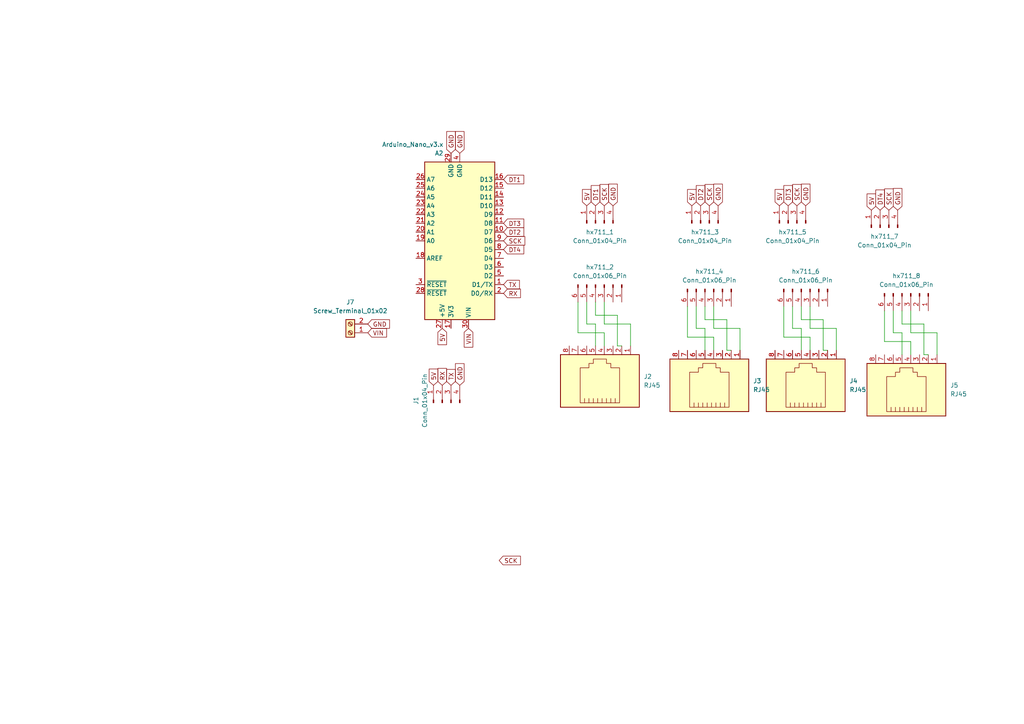
<source format=kicad_sch>
(kicad_sch (version 20231120) (generator "eeschema") (generator_version "8.0")
  (paper "A4")
  (lib_symbols
    (symbol "Connector:Conn_01x04_Pin" (pin_names (offset 1.016) hide)
      (property "Reference" "J" (at 0 5.08 0))
      (property "Value" "Conn_01x04_Pin" (at 0 -7.62 0))
      (symbol "Conn_01x04_Pin_1_1"
        (polyline (pts (xy 1.27 -5.08) (xy 0.8636 -5.08)) (stroke (width 0.1524)))
        (polyline (pts (xy 1.27 -2.54) (xy 0.8636 -2.54)) (stroke (width 0.1524)))
        (polyline (pts (xy 1.27 0) (xy 0.8636 0)) (stroke (width 0.1524)))
        (polyline (pts (xy 1.27 2.54) (xy 0.8636 2.54)) (stroke (width 0.1524)))
        (rectangle (start 0.8636 -4.953) (end 0 -5.207) (stroke (width 0.1524)) (fill (type outline)))
        (rectangle (start 0.8636 -2.413) (end 0 -2.667) (stroke (width 0.1524)) (fill (type outline)))
        (rectangle (start 0.8636 0.127) (end 0 -0.127) (stroke (width 0.1524)) (fill (type outline)))
        (rectangle (start 0.8636 2.667) (end 0 2.413) (stroke (width 0.1524)) (fill (type outline)))
        (pin passive line (at 5.08 2.54 180) (length 3.81) (name "Pin_1") (number "1"))
        (pin passive line (at 5.08 0 180) (length 3.81) (name "Pin_2") (number "2"))
        (pin passive line (at 5.08 -2.54 180) (length 3.81) (name "Pin_3") (number "3"))
        (pin passive line (at 5.08 -5.08 180) (length 3.81) (name "Pin_4") (number "4"))
      )
    )
    (symbol "Connector:Conn_01x06_Pin" (pin_names (offset 1.016) hide)
      (property "Reference" "J" (at 0 7.62 0))
      (property "Value" "Conn_01x06_Pin" (at 0 -10.16 0))
      (symbol "Conn_01x06_Pin_1_1"
        (polyline (pts (xy 1.27 -7.62) (xy 0.8636 -7.62)) (stroke (width 0.1524)))
        (polyline (pts (xy 1.27 -5.08) (xy 0.8636 -5.08)) (stroke (width 0.1524)))
        (polyline (pts (xy 1.27 -2.54) (xy 0.8636 -2.54)) (stroke (width 0.1524)))
        (polyline (pts (xy 1.27 0) (xy 0.8636 0)) (stroke (width 0.1524)))
        (polyline (pts (xy 1.27 2.54) (xy 0.8636 2.54)) (stroke (width 0.1524)))
        (polyline (pts (xy 1.27 5.08) (xy 0.8636 5.08)) (stroke (width 0.1524)))
        (rectangle (start 0.8636 -7.493) (end 0 -7.747) (stroke (width 0.1524)) (fill (type outline)))
        (rectangle (start 0.8636 -4.953) (end 0 -5.207) (stroke (width 0.1524)) (fill (type outline)))
        (rectangle (start 0.8636 -2.413) (end 0 -2.667) (stroke (width 0.1524)) (fill (type outline)))
        (rectangle (start 0.8636 0.127) (end 0 -0.127) (stroke (width 0.1524)) (fill (type outline)))
        (rectangle (start 0.8636 2.667) (end 0 2.413) (stroke (width 0.1524)) (fill (type outline)))
        (rectangle (start 0.8636 5.207) (end 0 4.953) (stroke (width 0.1524)) (fill (type outline)))
        (pin passive line (at 5.08 5.08 180) (length 3.81) (name "Pin_1") (number "1"))
        (pin passive line (at 5.08 2.54 180) (length 3.81) (name "Pin_2") (number "2"))
        (pin passive line (at 5.08 0 180) (length 3.81) (name "Pin_3") (number "3"))
        (pin passive line (at 5.08 -2.54 180) (length 3.81) (name "Pin_4") (number "4"))
        (pin passive line (at 5.08 -5.08 180) (length 3.81) (name "Pin_5") (number "5"))
        (pin passive line (at 5.08 -7.62 180) (length 3.81) (name "Pin_6") (number "6"))
      )
    )
    (symbol "Connector:RJ45" (pin_names (offset 1.016))
      (property "Reference" "J" (at -5.08 13.97 0))
      (property "Value" "RJ45" (at 2.54 13.97 0))
      (symbol "RJ45_0_1"
        (polyline (pts (xy -5.08 4.445) (xy -6.35 4.445)))
        (polyline (pts (xy -5.08 5.715) (xy -6.35 5.715)))
        (polyline (pts (xy -6.35 -3.175) (xy -5.08 -3.175) (xy -5.08 -3.175)))
        (polyline (pts (xy -6.35 -1.905) (xy -5.08 -1.905) (xy -5.08 -1.905)))
        (polyline (pts (xy -6.35 -0.635) (xy -5.08 -0.635) (xy -5.08 -0.635)))
        (polyline (pts (xy -6.35 0.635) (xy -5.08 0.635) (xy -5.08 0.635)))
        (polyline (pts (xy -6.35 1.905) (xy -5.08 1.905) (xy -5.08 1.905)))
        (polyline (pts (xy -5.08 3.175) (xy -6.35 3.175) (xy -6.35 3.175)))
        (polyline (pts (xy -6.35 -4.445) (xy -6.35 6.985) (xy 3.81 6.985) (xy 3.81 4.445) (xy 5.08 4.445) (xy 5.08 3.175) (xy 6.35 3.175) (xy 6.35 -0.635) (xy 5.08 -0.635) (xy 5.08 -1.905) (xy 3.81 -1.905) (xy 3.81 -4.445) (xy -6.35 -4.445) (xy -6.35 -4.445)))
        (rectangle (start 7.62 12.7) (end -7.62 -10.16) (stroke (width 0.254)) (fill (type background)))
      )
      (symbol "RJ45_1_1"
        (pin passive line (at 10.16 -7.62 180) (length 2.54) (name "~") (number "1"))
        (pin passive line (at 10.16 -5.08 180) (length 2.54) (name "~") (number "2"))
        (pin passive line (at 10.16 -2.54 180) (length 2.54) (name "~") (number "3"))
        (pin passive line (at 10.16 0 180) (length 2.54) (name "~") (number "4"))
        (pin passive line (at 10.16 2.54 180) (length 2.54) (name "~") (number "5"))
        (pin passive line (at 10.16 5.08 180) (length 2.54) (name "~") (number "6"))
        (pin passive line (at 10.16 7.62 180) (length 2.54) (name "~") (number "7"))
        (pin passive line (at 10.16 10.16 180) (length 2.54) (name "~") (number "8"))
      )
    )
    (symbol "Connector:Screw_Terminal_01x02" (pin_names (offset 1.016) hide)
      (property "Reference" "J" (at 0 2.54 0))
      (property "Value" "Screw_Terminal_01x02" (at 0 -5.08 0))
      (symbol "Screw_Terminal_01x02_1_1"
        (rectangle (start -1.27 1.27) (end 1.27 -3.81) (stroke (width 0.254)) (fill (type background)))
        (circle (center 0 -2.54) (radius 0.635) (stroke (width 0.1524)))
        (polyline (pts (xy -0.5334 -2.2098) (xy 0.3302 -3.048)) (stroke (width 0.1524)))
        (polyline (pts (xy -0.5334 0.3302) (xy 0.3302 -0.508)) (stroke (width 0.1524)))
        (polyline (pts (xy -0.3556 -2.032) (xy 0.508 -2.8702)) (stroke (width 0.1524)))
        (polyline (pts (xy -0.3556 0.508) (xy 0.508 -0.3302)) (stroke (width 0.1524)))
        (circle (center 0 0) (radius 0.635) (stroke (width 0.1524)))
        (pin passive line (at -5.08 0 0) (length 3.81) (name "Pin_1") (number "1"))
        (pin passive line (at -5.08 -2.54 0) (length 3.81) (name "Pin_2") (number "2"))
      )
    )
    (symbol "MCU_Module:Arduino_Nano_v3.x"
      (property "Reference" "A" (at -10.16 23.495 0))
      (property "Value" "Arduino_Nano_v3.x" (at 5.08 -24.13 0))
      (symbol "Arduino_Nano_v3.x_0_1"
        (rectangle (start -10.16 22.86) (end 10.16 -22.86) (stroke (width 0.254)) (fill (type background)))
      )
      (symbol "Arduino_Nano_v3.x_1_1"
        (pin bidirectional line (at -12.7 12.7 0) (length 2.54) (name "D1/TX") (number "1"))
        (pin bidirectional line (at -12.7 -2.54 0) (length 2.54) (name "D7") (number "10"))
        (pin bidirectional line (at -12.7 -5.08 0) (length 2.54) (name "D8") (number "11"))
        (pin bidirectional line (at -12.7 -7.62 0) (length 2.54) (name "D9") (number "12"))
        (pin bidirectional line (at -12.7 -10.16 0) (length 2.54) (name "D10") (number "13"))
        (pin bidirectional line (at -12.7 -12.7 0) (length 2.54) (name "D11") (number "14"))
        (pin bidirectional line (at -12.7 -15.24 0) (length 2.54) (name "D12") (number "15"))
        (pin bidirectional line (at -12.7 -17.78 0) (length 2.54) (name "D13") (number "16"))
        (pin power_out line (at 2.54 25.4 270) (length 2.54) (name "3V3") (number "17"))
        (pin input line (at 12.7 5.08 180) (length 2.54) (name "AREF") (number "18"))
        (pin bidirectional line (at 12.7 0 180) (length 2.54) (name "A0") (number "19"))
        (pin bidirectional line (at -12.7 15.24 0) (length 2.54) (name "D0/RX") (number "2"))
        (pin bidirectional line (at 12.7 -2.54 180) (length 2.54) (name "A1") (number "20"))
        (pin bidirectional line (at 12.7 -5.08 180) (length 2.54) (name "A2") (number "21"))
        (pin bidirectional line (at 12.7 -7.62 180) (length 2.54) (name "A3") (number "22"))
        (pin bidirectional line (at 12.7 -10.16 180) (length 2.54) (name "A4") (number "23"))
        (pin bidirectional line (at 12.7 -12.7 180) (length 2.54) (name "A5") (number "24"))
        (pin bidirectional line (at 12.7 -15.24 180) (length 2.54) (name "A6") (number "25"))
        (pin bidirectional line (at 12.7 -17.78 180) (length 2.54) (name "A7") (number "26"))
        (pin power_out line (at 5.08 25.4 270) (length 2.54) (name "+5V") (number "27"))
        (pin input line (at 12.7 15.24 180) (length 2.54) (name "~{RESET}") (number "28"))
        (pin power_in line (at 2.54 -25.4 90) (length 2.54) (name "GND") (number "29"))
        (pin input line (at 12.7 12.7 180) (length 2.54) (name "~{RESET}") (number "3"))
        (pin power_in line (at -2.54 25.4 270) (length 2.54) (name "VIN") (number "30"))
        (pin power_in line (at 0 -25.4 90) (length 2.54) (name "GND") (number "4"))
        (pin bidirectional line (at -12.7 10.16 0) (length 2.54) (name "D2") (number "5"))
        (pin bidirectional line (at -12.7 7.62 0) (length 2.54) (name "D3") (number "6"))
        (pin bidirectional line (at -12.7 5.08 0) (length 2.54) (name "D4") (number "7"))
        (pin bidirectional line (at -12.7 2.54 0) (length 2.54) (name "D5") (number "8"))
        (pin bidirectional line (at -12.7 0 0) (length 2.54) (name "D6") (number "9"))
      )
    )
  )
  (wire (pts (xy 261.62 96.52) (xy 259.08 96.52)))
  (wire (pts (xy 238.76 101.6) (xy 238.76 92.71)))
  (wire (pts (xy 179.07 91.44) (xy 172.72 91.44)))
  (wire (pts (xy 234.95 88.9) (xy 234.95 95.25)))
  (wire (pts (xy 207.01 95.25) (xy 214.63 95.25)))
  (wire (pts (xy 207.01 88.9) (xy 207.01 95.25)))
  (wire (pts (xy 269.24 102.87) (xy 267.97 102.87)))
  (wire (pts (xy 229.87 95.25) (xy 229.87 88.9)))
  (wire (pts (xy 172.72 93.98) (xy 170.18 93.98)))
  (wire (pts (xy 212.09 101.6) (xy 210.82 101.6)))
  (wire (pts (xy 259.08 96.52) (xy 259.08 90.17)))
  (wire (pts (xy 264.16 99.06) (xy 256.54 99.06)))
  (wire (pts (xy 256.54 99.06) (xy 256.54 90.17)))
  (wire (pts (xy 234.95 95.25) (xy 242.57 95.25)))
  (wire (pts (xy 170.18 93.98) (xy 170.18 87.63)))
  (wire (pts (xy 172.72 100.33) (xy 172.72 93.98)))
  (wire (pts (xy 175.26 93.98) (xy 182.88 93.98)))
  (wire (pts (xy 180.34 100.33) (xy 179.07 100.33)))
  (wire (pts (xy 204.47 101.6) (xy 204.47 95.25)))
  (wire (pts (xy 207.01 97.79) (xy 199.39 97.79)))
  (wire (pts (xy 167.64 96.52) (xy 167.64 87.63)))
  (wire (pts (xy 175.26 87.63) (xy 175.26 93.98)))
  (wire (pts (xy 261.62 102.87) (xy 261.62 96.52)))
  (wire (pts (xy 175.26 96.52) (xy 167.64 96.52)))
  (wire (pts (xy 214.63 95.25) (xy 214.63 101.6)))
  (wire (pts (xy 204.47 95.25) (xy 201.93 95.25)))
  (wire (pts (xy 204.47 92.71) (xy 204.47 88.9)))
  (wire (pts (xy 267.97 102.87) (xy 267.97 93.98)))
  (wire (pts (xy 271.78 96.52) (xy 271.78 102.87)))
  (wire (pts (xy 264.16 102.87) (xy 264.16 99.06)))
  (wire (pts (xy 227.33 97.79) (xy 227.33 88.9)))
  (wire (pts (xy 232.41 101.6) (xy 232.41 95.25)))
  (wire (pts (xy 175.26 100.33) (xy 175.26 96.52)))
  (wire (pts (xy 264.16 90.17) (xy 264.16 96.52)))
  (wire (pts (xy 264.16 96.52) (xy 271.78 96.52)))
  (wire (pts (xy 232.41 92.71) (xy 232.41 88.9)))
  (wire (pts (xy 261.62 93.98) (xy 261.62 90.17)))
  (wire (pts (xy 210.82 101.6) (xy 210.82 92.71)))
  (wire (pts (xy 199.39 97.79) (xy 199.39 88.9)))
  (wire (pts (xy 207.01 101.6) (xy 207.01 97.79)))
  (wire (pts (xy 242.57 95.25) (xy 242.57 101.6)))
  (wire (pts (xy 232.41 95.25) (xy 229.87 95.25)))
  (wire (pts (xy 210.82 92.71) (xy 204.47 92.71)))
  (wire (pts (xy 267.97 93.98) (xy 261.62 93.98)))
  (wire (pts (xy 182.88 93.98) (xy 182.88 100.33)))
  (wire (pts (xy 201.93 95.25) (xy 201.93 88.9)))
  (wire (pts (xy 240.03 101.6) (xy 238.76 101.6)))
  (wire (pts (xy 234.95 101.6) (xy 234.95 97.79)))
  (wire (pts (xy 234.95 97.79) (xy 227.33 97.79)))
  (wire (pts (xy 238.76 92.71) (xy 232.41 92.71)))
  (wire (pts (xy 172.72 91.44) (xy 172.72 87.63)))
  (wire (pts (xy 179.07 100.33) (xy 179.07 91.44)))
  (global_label "RX" (shape input) (at 146.05 85.09 0) (property "Intersheetrefs" "${INTERSHEET_REFS}" (effects (hide yes))))
  (global_label "DT2" (shape input) (at 203.2 59.69 90) (property "Intersheetrefs" "${INTERSHEET_REFS}" (effects (hide yes))))
  (global_label "VIN" (shape input) (at 106.68 96.52 0) (property "Intersheetrefs" "${INTERSHEET_REFS}" (effects (hide yes))))
  (global_label "DT1" (shape input) (at 172.72 59.69 90) (property "Intersheetrefs" "${INTERSHEET_REFS}" (effects (hide yes))))
  (global_label "GND" (shape input) (at 177.8 59.69 90) (property "Intersheetrefs" "${INTERSHEET_REFS}" (effects (hide yes))))
  (global_label "DT1" (shape input) (at 146.05 52.07 0) (property "Intersheetrefs" "${INTERSHEET_REFS}" (effects (hide yes))))
  (global_label "5V" (shape input) (at 200.66 59.69 90) (property "Intersheetrefs" "${INTERSHEET_REFS}" (effects (hide yes))))
  (global_label "SCK" (shape input) (at 175.26 59.69 90) (property "Intersheetrefs" "${INTERSHEET_REFS}" (effects (hide yes))))
  (global_label "5V" (shape input) (at 128.27 95.25 270) (property "Intersheetrefs" "${INTERSHEET_REFS}" (effects (hide yes))))
  (global_label "VIN" (shape input) (at 135.89 95.25 270) (property "Intersheetrefs" "${INTERSHEET_REFS}" (effects (hide yes))))
  (global_label "5V" (shape input) (at 226.06 59.69 90) (property "Intersheetrefs" "${INTERSHEET_REFS}" (effects (hide yes))))
  (global_label "GND" (shape input) (at 260.35 60.96 90) (property "Intersheetrefs" "${INTERSHEET_REFS}" (effects (hide yes))))
  (global_label "GND" (shape input) (at 133.35 111.76 90) (property "Intersheetrefs" "${INTERSHEET_REFS}" (effects (hide yes))))
  (global_label "DT3" (shape input) (at 146.05 64.77 0) (property "Intersheetrefs" "${INTERSHEET_REFS}" (effects (hide yes))))
  (global_label "SCK" (shape input) (at 231.14 59.69 90) (property "Intersheetrefs" "${INTERSHEET_REFS}" (effects (hide yes))))
  (global_label "SCK" (shape input) (at 144.78 162.56 0) (property "Intersheetrefs" "${INTERSHEET_REFS}" (effects (hide yes))))
  (global_label "5V" (shape input) (at 170.18 59.69 90) (property "Intersheetrefs" "${INTERSHEET_REFS}" (effects (hide yes))))
  (global_label "TX" (shape input) (at 146.05 82.55 0) (property "Intersheetrefs" "${INTERSHEET_REFS}" (effects (hide yes))))
  (global_label "SCK" (shape input) (at 257.81 60.96 90) (property "Intersheetrefs" "${INTERSHEET_REFS}" (effects (hide yes))))
  (global_label "GND" (shape input) (at 130.81 44.45 90) (property "Intersheetrefs" "${INTERSHEET_REFS}" (effects (hide yes))))
  (global_label "GND" (shape input) (at 106.68 93.98 0) (property "Intersheetrefs" "${INTERSHEET_REFS}" (effects (hide yes))))
  (global_label "GND" (shape input) (at 133.35 44.45 90) (property "Intersheetrefs" "${INTERSHEET_REFS}" (effects (hide yes))))
  (global_label "DT4" (shape input) (at 255.27 60.96 90) (property "Intersheetrefs" "${INTERSHEET_REFS}" (effects (hide yes))))
  (global_label "RX" (shape input) (at 128.27 111.76 90) (property "Intersheetrefs" "${INTERSHEET_REFS}" (effects (hide yes))))
  (global_label "TX" (shape input) (at 130.81 111.76 90) (property "Intersheetrefs" "${INTERSHEET_REFS}" (effects (hide yes))))
  (global_label "GND" (shape input) (at 208.28 59.69 90) (property "Intersheetrefs" "${INTERSHEET_REFS}" (effects (hide yes))))
  (global_label "DT3" (shape input) (at 228.6 59.69 90) (property "Intersheetrefs" "${INTERSHEET_REFS}" (effects (hide yes))))
  (global_label "SCK" (shape input) (at 205.74 59.69 90) (property "Intersheetrefs" "${INTERSHEET_REFS}" (effects (hide yes))))
  (global_label "GND" (shape input) (at 233.68 59.69 90) (property "Intersheetrefs" "${INTERSHEET_REFS}" (effects (hide yes))))
  (global_label "DT4" (shape input) (at 146.05 72.39 0) (property "Intersheetrefs" "${INTERSHEET_REFS}" (effects (hide yes))))
  (global_label "SCK" (shape input) (at 146.05 69.85 0) (property "Intersheetrefs" "${INTERSHEET_REFS}" (effects (hide yes))))
  (global_label "5V" (shape input) (at 252.73 60.96 90) (property "Intersheetrefs" "${INTERSHEET_REFS}" (effects (hide yes))))
  (global_label "DT2" (shape input) (at 146.05 67.31 0) (property "Intersheetrefs" "${INTERSHEET_REFS}" (effects (hide yes))))
  (global_label "5V" (shape input) (at 125.73 111.76 90) (property "Intersheetrefs" "${INTERSHEET_REFS}" (effects (hide yes))))
  (symbol (lib_id "Connector:Conn_01x04_Pin") (at 128.27 116.84 90) (unit 1)
    (property "Reference" "J1" (at 120.65 116.205 0))
    (property "Value" "Conn_01x04_Pin" (at 123.19 116.205 0))
    (property "Footprint" "Connector_PinHeader_2.54mm:PinHeader_1x04_P2.54mm_Vertical" (effects (hide yes)))
    (property "Description" "Generic connector, single row, 01x04, script generated" (effects (hide yes)))
  )
  (symbol (lib_id "Connector:RJ45") (at 264.16 113.03 90) (unit 1)
    (property "Reference" "J5" (at 275.59 111.7599 90) (effects (justify right)))
    (property "Value" "RJ45" (at 275.59 114.2999 90) (effects (justify right)))
    (property "Footprint" "Connector_RJ:RJ45_Amphenol_RJHSE538X" (effects (hide yes)))
    (property "Description" "RJ connector, 8P8C (8 positions 8 connected)" (effects (hide yes)))
  )
  (symbol (lib_id "Connector:Conn_01x06_Pin") (at 234.95 83.82 270) (unit 1)
    (property "Reference" "hx711_6" (at 233.68 78.74 90))
    (property "Value" "Conn_01x06_Pin" (at 233.68 81.28 90))
    (property "Footprint" "Connector_PinSocket_2.54mm:PinSocket_1x06_P2.54mm_Vertical" (effects (hide yes)))
    (property "Description" "Generic connector, single row, 01x06, script generated" (effects (hide yes)))
  )
  (symbol (lib_id "Connector:RJ45") (at 175.26 110.49 90) (unit 1)
    (property "Reference" "J2" (at 186.69 109.2199 90) (effects (justify right)))
    (property "Value" "RJ45" (at 186.69 111.7599 90) (effects (justify right)))
    (property "Footprint" "Connector_RJ:RJ45_Amphenol_RJHSE538X" (effects (hide yes)))
    (property "Description" "RJ connector, 8P8C (8 positions 8 connected)" (effects (hide yes)))
  )
  (symbol (lib_id "Connector:Conn_01x04_Pin") (at 203.2 64.77 90) (unit 1)
    (property "Reference" "hx711_3" (at 204.47 67.31 90))
    (property "Value" "Conn_01x04_Pin" (at 204.47 69.85 90))
    (property "Footprint" "Connector_PinSocket_2.54mm:PinSocket_1x04_P2.54mm_Vertical" (effects (hide yes)))
    (property "Description" "Generic connector, single row, 01x04, script generated" (effects (hide yes)))
  )
  (symbol (lib_id "Connector:Conn_01x06_Pin") (at 207.01 83.82 270) (unit 1)
    (property "Reference" "hx711_4" (at 205.74 78.74 90))
    (property "Value" "Conn_01x06_Pin" (at 205.74 81.28 90))
    (property "Footprint" "Connector_PinSocket_2.54mm:PinSocket_1x06_P2.54mm_Vertical" (effects (hide yes)))
    (property "Description" "Generic connector, single row, 01x06, script generated" (effects (hide yes)))
  )
  (symbol (lib_id "Connector:Conn_01x06_Pin") (at 264.16 85.09 270) (unit 1)
    (property "Reference" "hx711_8" (at 262.89 80.01 90))
    (property "Value" "Conn_01x06_Pin" (at 262.89 82.55 90))
    (property "Footprint" "Connector_PinSocket_2.54mm:PinSocket_1x06_P2.54mm_Vertical" (effects (hide yes)))
    (property "Description" "Generic connector, single row, 01x06, script generated" (effects (hide yes)))
  )
  (symbol (lib_id "MCU_Module:Arduino_Nano_v3.x") (at 133.35 69.85 180) (unit 1)
    (property "Reference" "A2" (at 128.6159 44.45 0) (effects (justify left)))
    (property "Value" "Arduino_Nano_v3.x" (at 128.6159 41.91 0) (effects (justify left)))
    (property "Footprint" "Module:Arduino_Nano" (effects (hide yes)))
    (property "Datasheet" "http://www.mouser.com/pdfdocs/Gravitech_Arduino_Nano3_0.pdf" (effects (hide yes)))
    (property "Description" "Arduino Nano v3.x" (effects (hide yes)))
  )
  (symbol (lib_id "Connector:Conn_01x04_Pin") (at 172.72 64.77 90) (unit 1)
    (property "Reference" "hx711_1" (at 173.99 67.31 90))
    (property "Value" "Conn_01x04_Pin" (at 173.99 69.85 90))
    (property "Footprint" "Connector_PinSocket_2.54mm:PinSocket_1x04_P2.54mm_Vertical" (effects (hide yes)))
    (property "Description" "Generic connector, single row, 01x04, script generated" (effects (hide yes)))
  )
  (symbol (lib_id "Connector:Conn_01x04_Pin") (at 255.27 66.04 90) (unit 1)
    (property "Reference" "hx711_7" (at 256.54 68.58 90))
    (property "Value" "Conn_01x04_Pin" (at 256.54 71.12 90))
    (property "Footprint" "Connector_PinSocket_2.54mm:PinSocket_1x04_P2.54mm_Vertical" (effects (hide yes)))
    (property "Description" "Generic connector, single row, 01x04, script generated" (effects (hide yes)))
  )
  (symbol (lib_id "Connector:RJ45") (at 207.01 111.76 90) (unit 1)
    (property "Reference" "J3" (at 218.44 110.4899 90) (effects (justify right)))
    (property "Value" "RJ45" (at 218.44 113.0299 90) (effects (justify right)))
    (property "Footprint" "Connector_RJ:RJ45_Amphenol_RJHSE538X" (effects (hide yes)))
    (property "Description" "RJ connector, 8P8C (8 positions 8 connected)" (effects (hide yes)))
  )
  (symbol (lib_id "Connector:Screw_Terminal_01x02") (at 101.6 96.52 180) (unit 1)
    (property "Reference" "J7" (at 101.6 87.63 0))
    (property "Value" "Screw_Terminal_01x02" (at 101.6 90.17 0))
    (property "Footprint" "TerminalBlock:TerminalBlock_Altech_AK300-2_P5.00mm" (effects (hide yes)))
    (property "Description" "Generic screw terminal, single row, 01x02, script generated (kicad-library-utils/schlib/autogen/connector/)" (effects (hide yes)))
  )
  (symbol (lib_id "Connector:RJ45") (at 234.95 111.76 90) (unit 1)
    (property "Reference" "J4" (at 246.38 110.4899 90) (effects (justify right)))
    (property "Value" "RJ45" (at 246.38 113.0299 90) (effects (justify right)))
    (property "Footprint" "Connector_RJ:RJ45_Amphenol_RJHSE538X" (effects (hide yes)))
    (property "Description" "RJ connector, 8P8C (8 positions 8 connected)" (effects (hide yes)))
  )
  (symbol (lib_id "Connector:Conn_01x06_Pin") (at 175.26 82.55 270) (unit 1)
    (property "Reference" "hx711_2" (at 173.99 77.47 90))
    (property "Value" "Conn_01x06_Pin" (at 173.99 80.01 90))
    (property "Footprint" "Connector_PinSocket_2.54mm:PinSocket_1x06_P2.54mm_Vertical" (effects (hide yes)))
    (property "Description" "Generic connector, single row, 01x06, script generated" (effects (hide yes)))
  )
  (symbol (lib_id "Connector:Conn_01x04_Pin") (at 228.6 64.77 90) (unit 1)
    (property "Reference" "hx711_5" (at 229.87 67.31 90))
    (property "Value" "Conn_01x04_Pin" (at 229.87 69.85 90))
    (property "Footprint" "Connector_PinSocket_2.54mm:PinSocket_1x04_P2.54mm_Vertical" (effects (hide yes)))
    (property "Description" "Generic connector, single row, 01x04, script generated" (effects (hide yes)))
  )
)
</source>
